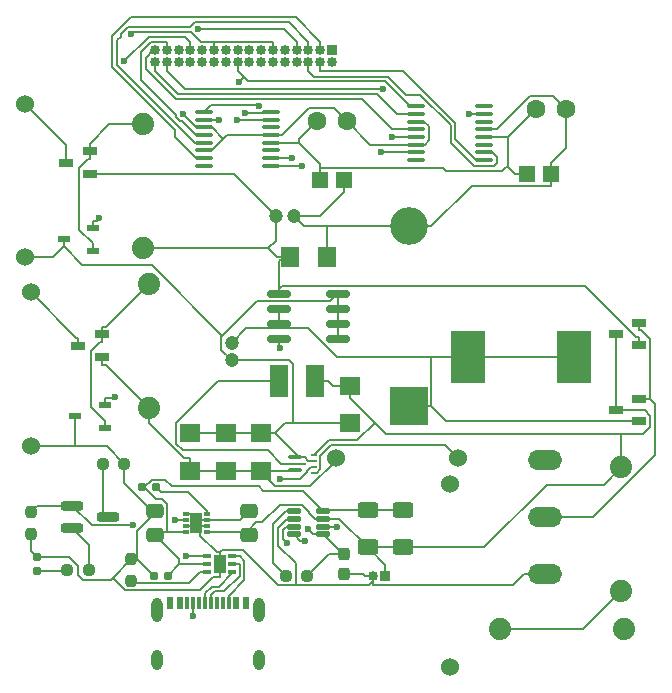
<source format=gbr>
%TF.GenerationSoftware,KiCad,Pcbnew,8.0.8*%
%TF.CreationDate,2025-03-27T18:49:55+02:00*%
%TF.ProjectId,Main PCB,4d61696e-2050-4434-922e-6b696361645f,v1*%
%TF.SameCoordinates,Original*%
%TF.FileFunction,Copper,L1,Top*%
%TF.FilePolarity,Positive*%
%FSLAX46Y46*%
G04 Gerber Fmt 4.6, Leading zero omitted, Abs format (unit mm)*
G04 Created by KiCad (PCBNEW 8.0.8) date 2025-03-27 18:49:55*
%MOMM*%
%LPD*%
G01*
G04 APERTURE LIST*
G04 Aperture macros list*
%AMRoundRect*
0 Rectangle with rounded corners*
0 $1 Rounding radius*
0 $2 $3 $4 $5 $6 $7 $8 $9 X,Y pos of 4 corners*
0 Add a 4 corners polygon primitive as box body*
4,1,4,$2,$3,$4,$5,$6,$7,$8,$9,$2,$3,0*
0 Add four circle primitives for the rounded corners*
1,1,$1+$1,$2,$3*
1,1,$1+$1,$4,$5*
1,1,$1+$1,$6,$7*
1,1,$1+$1,$8,$9*
0 Add four rect primitives between the rounded corners*
20,1,$1+$1,$2,$3,$4,$5,0*
20,1,$1+$1,$4,$5,$6,$7,0*
20,1,$1+$1,$6,$7,$8,$9,0*
20,1,$1+$1,$8,$9,$2,$3,0*%
G04 Aperture macros list end*
%TA.AperFunction,ComponentPad*%
%ADD10O,2.900000X1.700000*%
%TD*%
%TA.AperFunction,ComponentPad*%
%ADD11C,1.879500*%
%TD*%
%TA.AperFunction,SMDPad,CuDef*%
%ADD12R,1.250000X0.700000*%
%TD*%
%TA.AperFunction,SMDPad,CuDef*%
%ADD13R,1.410000X1.350000*%
%TD*%
%TA.AperFunction,SMDPad,CuDef*%
%ADD14RoundRect,0.250000X0.625000X-0.400000X0.625000X0.400000X-0.625000X0.400000X-0.625000X-0.400000X0*%
%TD*%
%TA.AperFunction,SMDPad,CuDef*%
%ADD15RoundRect,0.150000X-0.825000X-0.150000X0.825000X-0.150000X0.825000X0.150000X-0.825000X0.150000X0*%
%TD*%
%TA.AperFunction,SMDPad,CuDef*%
%ADD16R,1.728000X1.485000*%
%TD*%
%TA.AperFunction,SMDPad,CuDef*%
%ADD17R,0.650000X0.350000*%
%TD*%
%TA.AperFunction,SMDPad,CuDef*%
%ADD18R,1.000000X1.600000*%
%TD*%
%TA.AperFunction,SMDPad,CuDef*%
%ADD19RoundRect,0.087500X-0.487500X-0.087500X0.487500X-0.087500X0.487500X0.087500X-0.487500X0.087500X0*%
%TD*%
%TA.AperFunction,SMDPad,CuDef*%
%ADD20RoundRect,0.050000X-0.675000X-0.050000X0.675000X-0.050000X0.675000X0.050000X-0.675000X0.050000X0*%
%TD*%
%TA.AperFunction,SMDPad,CuDef*%
%ADD21RoundRect,0.062500X-0.162500X-0.062500X0.162500X-0.062500X0.162500X0.062500X-0.162500X0.062500X0*%
%TD*%
%TA.AperFunction,SMDPad,CuDef*%
%ADD22R,1.070000X0.600000*%
%TD*%
%TA.AperFunction,ComponentPad*%
%ADD23R,0.850000X0.850000*%
%TD*%
%TA.AperFunction,ComponentPad*%
%ADD24O,0.850000X0.850000*%
%TD*%
%TA.AperFunction,ComponentPad*%
%ADD25C,1.600000*%
%TD*%
%TA.AperFunction,ComponentPad*%
%ADD26C,1.200000*%
%TD*%
%TA.AperFunction,SMDPad,CuDef*%
%ADD27RoundRect,0.237500X-0.237500X0.250000X-0.237500X-0.250000X0.237500X-0.250000X0.237500X0.250000X0*%
%TD*%
%TA.AperFunction,ComponentPad*%
%ADD28O,0.950000X1.750000*%
%TD*%
%TA.AperFunction,ComponentPad*%
%ADD29O,0.950000X2.050000*%
%TD*%
%TA.AperFunction,SMDPad,CuDef*%
%ADD30R,0.300000X1.140000*%
%TD*%
%TA.AperFunction,SMDPad,CuDef*%
%ADD31R,0.600000X1.140000*%
%TD*%
%TA.AperFunction,SMDPad,CuDef*%
%ADD32RoundRect,0.200000X-0.750000X-0.200000X0.750000X-0.200000X0.750000X0.200000X-0.750000X0.200000X0*%
%TD*%
%TA.AperFunction,SMDPad,CuDef*%
%ADD33R,1.635000X2.700000*%
%TD*%
%TA.AperFunction,ComponentPad*%
%ADD34C,1.524000*%
%TD*%
%TA.AperFunction,SMDPad,CuDef*%
%ADD35RoundRect,0.237500X-0.250000X-0.237500X0.250000X-0.237500X0.250000X0.237500X-0.250000X0.237500X0*%
%TD*%
%TA.AperFunction,SMDPad,CuDef*%
%ADD36RoundRect,0.237500X0.237500X-0.250000X0.237500X0.250000X-0.237500X0.250000X-0.237500X-0.250000X0*%
%TD*%
%TA.AperFunction,SMDPad,CuDef*%
%ADD37RoundRect,0.060000X-0.545000X-0.180000X0.545000X-0.180000X0.545000X0.180000X-0.545000X0.180000X0*%
%TD*%
%TA.AperFunction,SMDPad,CuDef*%
%ADD38RoundRect,0.250000X0.475000X-0.337500X0.475000X0.337500X-0.475000X0.337500X-0.475000X-0.337500X0*%
%TD*%
%TA.AperFunction,SMDPad,CuDef*%
%ADD39RoundRect,0.237500X0.237500X-0.300000X0.237500X0.300000X-0.237500X0.300000X-0.237500X-0.300000X0*%
%TD*%
%TA.AperFunction,SMDPad,CuDef*%
%ADD40RoundRect,0.160000X-0.160000X0.197500X-0.160000X-0.197500X0.160000X-0.197500X0.160000X0.197500X0*%
%TD*%
%TA.AperFunction,SMDPad,CuDef*%
%ADD41RoundRect,0.155000X-0.212500X-0.155000X0.212500X-0.155000X0.212500X0.155000X-0.212500X0.155000X0*%
%TD*%
%TA.AperFunction,SMDPad,CuDef*%
%ADD42RoundRect,0.100000X-0.637500X-0.100000X0.637500X-0.100000X0.637500X0.100000X-0.637500X0.100000X0*%
%TD*%
%TA.AperFunction,SMDPad,CuDef*%
%ADD43R,1.485000X1.728000*%
%TD*%
%TA.AperFunction,SMDPad,CuDef*%
%ADD44RoundRect,0.160000X-0.197500X-0.160000X0.197500X-0.160000X0.197500X0.160000X-0.197500X0.160000X0*%
%TD*%
%TA.AperFunction,SMDPad,CuDef*%
%ADD45R,2.950000X4.500000*%
%TD*%
%TA.AperFunction,SMDPad,CuDef*%
%ADD46R,0.500000X0.300000*%
%TD*%
%TA.AperFunction,SMDPad,CuDef*%
%ADD47R,1.050000X1.750000*%
%TD*%
%TA.AperFunction,ComponentPad*%
%ADD48R,3.200000X3.200000*%
%TD*%
%TA.AperFunction,ComponentPad*%
%ADD49O,3.200000X3.200000*%
%TD*%
%TA.AperFunction,ViaPad*%
%ADD50C,0.600000*%
%TD*%
%TA.AperFunction,Conductor*%
%ADD51C,0.200000*%
%TD*%
G04 APERTURE END LIST*
D10*
%TO.P,SW1,3,A*%
%TO.N,unconnected-(SW1-A-Pad3)*%
X170500000Y-88700000D03*
%TO.P,SW1,2,B*%
%TO.N,Net-(Q2-G)*%
X170500000Y-93500000D03*
%TO.P,SW1,1,C*%
%TO.N,GND*%
X170500000Y-98300000D03*
%TD*%
D11*
%TO.P,R17,2*%
%TO.N,/BAT*%
X177000000Y-89250000D03*
%TO.P,R17,1*%
%TO.N,Net-(Q2-G)*%
X177000000Y-99750000D03*
%TD*%
D12*
%TO.P,Q7,1,D*%
%TO.N,/5V*%
X178500000Y-78950000D03*
%TO.P,Q7,2,G*%
%TO.N,Net-(Q2-G)*%
X178500000Y-77050000D03*
%TO.P,Q7,3,S*%
%TO.N,/BAT*%
X176500000Y-78000000D03*
%TD*%
D13*
%TO.P,C7,1*%
%TO.N,/BAT*%
X151500000Y-65000000D03*
%TO.P,C7,2*%
%TO.N,GND*%
X153500000Y-65000000D03*
%TD*%
D14*
%TO.P,R3,1*%
%TO.N,/BAT*%
X158500000Y-96050000D03*
%TO.P,R3,2*%
%TO.N,/VBUS*%
X158500000Y-92950000D03*
%TD*%
D15*
%TO.P,U7,1,VIN*%
%TO.N,/5V*%
X148025000Y-74595000D03*
%TO.P,U7,2,OUT*%
%TO.N,/3v3*%
X148025000Y-75865000D03*
%TO.P,U7,3,FB*%
X148025000Y-77135000D03*
%TO.P,U7,4,~{EN}*%
%TO.N,/SWITCH_OUT*%
X148025000Y-78405000D03*
%TO.P,U7,5,GND*%
%TO.N,GND*%
X152975000Y-78405000D03*
%TO.P,U7,6,GND*%
X152975000Y-77135000D03*
%TO.P,U7,7,GND*%
X152975000Y-75865000D03*
%TO.P,U7,8,GND*%
X152975000Y-74595000D03*
%TD*%
D16*
%TO.P,C14,1*%
%TO.N,/5V*%
X143500000Y-89592500D03*
%TO.P,C14,2*%
%TO.N,GND*%
X143500000Y-86407500D03*
%TD*%
D12*
%TO.P,Q4,1,D*%
%TO.N,/5V*%
X133000000Y-79950000D03*
%TO.P,Q4,2,G*%
%TO.N,Net-(Q3-D)*%
X133000000Y-78050000D03*
%TO.P,Q4,3,S*%
%TO.N,Net-(Q4-S)*%
X131000000Y-79000000D03*
%TD*%
%TO.P,Q6,1,D*%
%TO.N,/5V*%
X132000000Y-64450000D03*
%TO.P,Q6,2,G*%
%TO.N,Net-(Q5-D)*%
X132000000Y-62550000D03*
%TO.P,Q6,3,S*%
%TO.N,Net-(Q6-S)*%
X130000000Y-63500000D03*
%TD*%
D17*
%TO.P,U1,1,CC1*%
%TO.N,/CC1*%
X141950000Y-96850000D03*
%TO.P,U1,2,VBUS*%
%TO.N,/VBUS*%
X141950000Y-97500000D03*
%TO.P,U1,3,VSET*%
%TO.N,Net-(U1-VSET)*%
X141950000Y-98150000D03*
%TO.P,U1,4,D+*%
%TO.N,/D+*%
X144050000Y-98150000D03*
%TO.P,U1,5,D-*%
%TO.N,/D-*%
X144050000Y-97500000D03*
%TO.P,U1,6,CC2*%
%TO.N,/CC2*%
X144050000Y-96850000D03*
D18*
%TO.P,U1,7,GND*%
%TO.N,GND*%
X143000000Y-97500000D03*
%TD*%
D19*
%TO.P,U4,1,GND*%
%TO.N,GND*%
X149375000Y-88450000D03*
D20*
%TO.P,U4,2,SW*%
%TO.N,Net-(U4-SW)*%
X149525000Y-89000000D03*
D19*
%TO.P,U4,3,VOUT*%
%TO.N,/5V*%
X149375000Y-89550000D03*
D21*
%TO.P,U4,4,FB*%
%TO.N,Net-(U4-FB)*%
X150975000Y-89750000D03*
%TO.P,U4,5,EN*%
%TO.N,/SWITCH_OUT*%
X150975000Y-89250000D03*
%TO.P,U4,6,MODE*%
%TO.N,GND*%
X150975000Y-88750000D03*
%TO.P,U4,7,VIN*%
%TO.N,/BAT*%
X150975000Y-88250000D03*
%TD*%
D22*
%TO.P,Q5,1,D*%
%TO.N,Net-(Q5-D)*%
X132235000Y-70950000D03*
%TO.P,Q5,2,G*%
%TO.N,/Pin 7*%
X132235000Y-69050000D03*
%TO.P,Q5,3,S*%
%TO.N,GND*%
X129765000Y-70000000D03*
%TD*%
D14*
%TO.P,R2,1*%
%TO.N,/BAT*%
X155500000Y-96050000D03*
%TO.P,R2,2*%
%TO.N,/VBUS*%
X155500000Y-92950000D03*
%TD*%
D23*
%TO.P,J3,1,Pin_1*%
%TO.N,/BAT*%
X157000000Y-98500000D03*
D24*
%TO.P,J3,2,Pin_2*%
%TO.N,GND*%
X156000000Y-98500000D03*
%TD*%
D25*
%TO.P,C10,1*%
%TO.N,/BAT*%
X169730000Y-59000000D03*
%TO.P,C10,2*%
%TO.N,GND*%
X172270000Y-59000000D03*
%TD*%
D26*
%TO.P,C13,1*%
%TO.N,/3v3*%
X144000000Y-78750000D03*
%TO.P,C13,2*%
%TO.N,GND*%
X144000000Y-80250000D03*
%TD*%
D16*
%TO.P,C6,1*%
%TO.N,/5V*%
X146500000Y-89592500D03*
%TO.P,C6,2*%
%TO.N,GND*%
X146500000Y-86407500D03*
%TD*%
D27*
%TO.P,R8,1*%
%TO.N,Net-(Q1-D)*%
X127000000Y-93087500D03*
%TO.P,R8,2*%
%TO.N,GND*%
X127000000Y-94912500D03*
%TD*%
D28*
%TO.P,J1,SH4*%
%TO.N,N/C*%
X146325000Y-105575000D03*
%TO.P,J1,SH3*%
X137675000Y-105575000D03*
D29*
%TO.P,J1,SH2*%
X146325000Y-101375000D03*
%TO.P,J1,SH1*%
X137675000Y-101375000D03*
D30*
%TO.P,J1,B8,SBU2*%
%TO.N,unconnected-(J1-SBU2-PadB8)*%
X140250000Y-100825000D03*
%TO.P,J1,B7,D-*%
%TO.N,unconnected-(J1-D--PadB7)*%
X141250000Y-100825000D03*
%TO.P,J1,B6,D+*%
%TO.N,unconnected-(J1-D+-PadB6)*%
X142750000Y-100825000D03*
%TO.P,J1,B5,CC2*%
%TO.N,/CC2*%
X143750000Y-100825000D03*
D31*
%TO.P,J1,B4_A9*%
%TO.N,N/C*%
X144400000Y-100825000D03*
%TO.P,J1,B1_A12*%
X145200000Y-100825000D03*
D30*
%TO.P,J1,A8,SBU1*%
%TO.N,unconnected-(J1-SBU1-PadA8)*%
X143250000Y-100825000D03*
%TO.P,J1,A7,D-*%
%TO.N,/D-*%
X142250000Y-100825000D03*
%TO.P,J1,A6,D+*%
%TO.N,/D+*%
X141750000Y-100825000D03*
%TO.P,J1,A5,CC1*%
%TO.N,/CC1*%
X140750000Y-100825000D03*
D31*
%TO.P,J1,A4_B9*%
%TO.N,N/C*%
X139600000Y-100825000D03*
%TO.P,J1,A1_B12*%
X138800000Y-100825000D03*
%TD*%
D32*
%TO.P,Q1,1,D*%
%TO.N,Net-(Q1-D)*%
X130500000Y-92550000D03*
%TO.P,Q1,2,G*%
%TO.N,Net-(Q1-G)*%
X130500000Y-94450000D03*
%TO.P,Q1,3,S*%
%TO.N,Net-(Q1-S)*%
X133500000Y-93500000D03*
%TD*%
D12*
%TO.P,Q2,3,S*%
%TO.N,/BAT*%
X176500000Y-84450000D03*
%TO.P,Q2,2,G*%
%TO.N,Net-(Q2-G)*%
X178500000Y-83500000D03*
%TO.P,Q2,1,D*%
%TO.N,/3v3*%
X178500000Y-85400000D03*
%TD*%
D33*
%TO.P,L1,1,1*%
%TO.N,/BAT*%
X151017500Y-82000000D03*
%TO.P,L1,2,2*%
%TO.N,Net-(U4-SW)*%
X147982500Y-82000000D03*
%TD*%
D34*
%TO.P,R11,2*%
%TO.N,GND*%
X162500000Y-106250000D03*
%TO.P,R11,1*%
%TO.N,Net-(U4-FB)*%
X162500000Y-90750000D03*
%TD*%
D35*
%TO.P,R7,1*%
%TO.N,Net-(Q1-S)*%
X133087500Y-89000000D03*
%TO.P,R7,2*%
%TO.N,GND*%
X134912500Y-89000000D03*
%TD*%
D36*
%TO.P,R1,1*%
%TO.N,Net-(U1-VSET)*%
X135500000Y-98912500D03*
%TO.P,R1,2*%
%TO.N,GND*%
X135500000Y-97087500D03*
%TD*%
D23*
%TO.P,J2,1,Pin_1*%
%TO.N,/Pin 1*%
X152500000Y-54000000D03*
D24*
%TO.P,J2,2,Pin_2*%
%TO.N,/Pin 2*%
X152500000Y-55000000D03*
%TO.P,J2,3,Pin_3*%
%TO.N,/Pin 3*%
X151500000Y-54000000D03*
%TO.P,J2,4,Pin_4*%
%TO.N,/Pin 4*%
X151500000Y-55000000D03*
%TO.P,J2,5,Pin_5*%
%TO.N,/Pin 5*%
X150500000Y-54000000D03*
%TO.P,J2,6,Pin_6*%
%TO.N,/Pin 6*%
X150500000Y-55000000D03*
%TO.P,J2,7,Pin_7*%
%TO.N,/Pin 7*%
X149500000Y-54000000D03*
%TO.P,J2,8,Pin_8*%
%TO.N,/Pin 8*%
X149500000Y-55000000D03*
%TO.P,J2,9,Pin_9*%
%TO.N,unconnected-(J2-Pin_9-Pad9)*%
X148500000Y-54000000D03*
%TO.P,J2,10,Pin_10*%
%TO.N,/Pin 10*%
X148500000Y-55000000D03*
%TO.P,J2,11,Pin_11*%
%TO.N,/5V*%
X147500000Y-54000000D03*
%TO.P,J2,12,Pin_12*%
%TO.N,unconnected-(J2-Pin_12-Pad12)*%
X147500000Y-55000000D03*
%TO.P,J2,13,Pin_13*%
%TO.N,unconnected-(J2-Pin_13-Pad13)*%
X146500000Y-54000000D03*
%TO.P,J2,14,Pin_14*%
%TO.N,/BAT*%
X146500000Y-55000000D03*
%TO.P,J2,15,Pin_15*%
%TO.N,unconnected-(J2-Pin_15-Pad15)*%
X145500000Y-54000000D03*
%TO.P,J2,16,Pin_16*%
%TO.N,/Pin 16*%
X145500000Y-55000000D03*
%TO.P,J2,17,Pin_17*%
%TO.N,/Pin 17*%
X144500000Y-54000000D03*
%TO.P,J2,18,Pin_18*%
%TO.N,/3v3*%
X144500000Y-55000000D03*
%TO.P,J2,19,Pin_19*%
%TO.N,GND*%
X143500000Y-54000000D03*
%TO.P,J2,20,Pin_20*%
%TO.N,/5V*%
X143500000Y-55000000D03*
%TO.P,J2,21,Pin_21*%
X142500000Y-54000000D03*
%TO.P,J2,22,Pin_22*%
%TO.N,unconnected-(J2-Pin_22-Pad22)*%
X142500000Y-55000000D03*
%TO.P,J2,23,Pin_23*%
%TO.N,GND*%
X141500000Y-54000000D03*
%TO.P,J2,24,Pin_24*%
%TO.N,/Pin 24*%
X141500000Y-55000000D03*
%TO.P,J2,25,Pin_25*%
%TO.N,/Pin 25*%
X140500000Y-54000000D03*
%TO.P,J2,26,Pin_26*%
%TO.N,/Pin 26*%
X140500000Y-55000000D03*
%TO.P,J2,27,Pin_27*%
%TO.N,/Pin 27*%
X139500000Y-54000000D03*
%TO.P,J2,28,Pin_28*%
%TO.N,unconnected-(J2-Pin_28-Pad28)*%
X139500000Y-55000000D03*
%TO.P,J2,29,Pin_29*%
%TO.N,/Pin 29*%
X138500000Y-54000000D03*
%TO.P,J2,30,Pin_30*%
%TO.N,/Pin 30*%
X138500000Y-55000000D03*
%TO.P,J2,31,Pin_31*%
%TO.N,/Pin 31*%
X137500000Y-54000000D03*
%TO.P,J2,32,Pin_32*%
%TO.N,/Pin 32*%
X137500000Y-55000000D03*
%TD*%
D37*
%TO.P,U3,1,A1*%
%TO.N,Net-(U3-A1)*%
X149245000Y-93025000D03*
%TO.P,U3,2,A0*%
%TO.N,GND*%
X149245000Y-93675000D03*
%TO.P,U3,3,SDA*%
%TO.N,/Pin 17*%
X149245000Y-94325000D03*
%TO.P,U3,4,SCL*%
%TO.N,/Pin 16*%
X149245000Y-94975000D03*
%TO.P,U3,5,VS*%
%TO.N,/5V*%
X151755000Y-94975000D03*
%TO.P,U3,6,GND*%
%TO.N,GND*%
X151755000Y-94325000D03*
%TO.P,U3,7,IN-*%
%TO.N,/BAT*%
X151755000Y-93675000D03*
%TO.P,U3,8,IN+*%
%TO.N,/VBUS*%
X151755000Y-93025000D03*
%TD*%
D16*
%TO.P,C5,1*%
%TO.N,/BAT*%
X154000000Y-82407500D03*
%TO.P,C5,2*%
%TO.N,GND*%
X154000000Y-85592500D03*
%TD*%
D38*
%TO.P,C3,1*%
%TO.N,/BAT*%
X145500000Y-95037500D03*
%TO.P,C3,2*%
%TO.N,GND*%
X145500000Y-92962500D03*
%TD*%
D39*
%TO.P,C4,1*%
%TO.N,GND*%
X153500000Y-98362500D03*
%TO.P,C4,2*%
%TO.N,/5V*%
X153500000Y-96637500D03*
%TD*%
D22*
%TO.P,Q3,1,D*%
%TO.N,Net-(Q3-D)*%
X133235000Y-85950000D03*
%TO.P,Q3,2,G*%
%TO.N,/Pin 25*%
X133235000Y-84050000D03*
%TO.P,Q3,3,S*%
%TO.N,GND*%
X130765000Y-85000000D03*
%TD*%
D26*
%TO.P,C11,1*%
%TO.N,/5V*%
X147750000Y-68000000D03*
%TO.P,C11,2*%
%TO.N,GND*%
X149250000Y-68000000D03*
%TD*%
D40*
%TO.P,R5,1*%
%TO.N,GND*%
X127500000Y-96902500D03*
%TO.P,R5,2*%
%TO.N,/Pin 13*%
X127500000Y-98097500D03*
%TD*%
D41*
%TO.P,C1,1*%
%TO.N,GND*%
X137432500Y-98500000D03*
%TO.P,C1,2*%
%TO.N,/VBUS*%
X138567500Y-98500000D03*
%TD*%
D34*
%TO.P,R14,1*%
%TO.N,Net-(Q4-S)*%
X127000000Y-74500000D03*
%TO.P,R14,2*%
%TO.N,GND*%
X127000000Y-87500000D03*
%TD*%
D42*
%TO.P,U5,1,~{SLEEP}*%
%TO.N,/3v3*%
X141637500Y-59225000D03*
%TO.P,U5,2,AOUT1*%
%TO.N,/Pin 27*%
X141637500Y-59875000D03*
%TO.P,U5,3,AISEN*%
%TO.N,GND*%
X141637500Y-60525000D03*
%TO.P,U5,4,AOUT2*%
%TO.N,/Pin 29*%
X141637500Y-61175000D03*
%TO.P,U5,5,BOUT2*%
%TO.N,/Pin 5*%
X141637500Y-61825000D03*
%TO.P,U5,6,BISEN*%
%TO.N,GND*%
X141637500Y-62475000D03*
%TO.P,U5,7,BOUT1*%
%TO.N,/Pin 3*%
X141637500Y-63125000D03*
%TO.P,U5,8,~{FAULT}*%
%TO.N,unconnected-(U5-~{FAULT}-Pad8)*%
X141637500Y-63775000D03*
%TO.P,U5,9,BIN1*%
%TO.N,/Pin 8*%
X147362500Y-63775000D03*
%TO.P,U5,10,BIN2*%
%TO.N,/Pin 10*%
X147362500Y-63125000D03*
%TO.P,U5,11,VCP*%
%TO.N,unconnected-(U5-VCP-Pad11)*%
X147362500Y-62475000D03*
%TO.P,U5,12,VM*%
%TO.N,/BAT*%
X147362500Y-61825000D03*
%TO.P,U5,13,GND*%
%TO.N,GND*%
X147362500Y-61175000D03*
%TO.P,U5,14,VINT*%
%TO.N,unconnected-(U5-VINT-Pad14)*%
X147362500Y-60525000D03*
%TO.P,U5,15,AIN2*%
%TO.N,/Pin 26*%
X147362500Y-59875000D03*
%TO.P,U5,16,AIN1*%
%TO.N,/Pin 24*%
X147362500Y-59225000D03*
%TD*%
%TO.P,U6,1,~{SLEEP}*%
%TO.N,/3v3*%
X159637500Y-58725000D03*
%TO.P,U6,2,AOUT1*%
%TO.N,/Pin 32*%
X159637500Y-59375000D03*
%TO.P,U6,3,AISEN*%
%TO.N,GND*%
X159637500Y-60025000D03*
%TO.P,U6,4,AOUT2*%
%TO.N,/Pin 31*%
X159637500Y-60675000D03*
%TO.P,U6,5,BOUT2*%
%TO.N,/Pin 1*%
X159637500Y-61325000D03*
%TO.P,U6,6,BISEN*%
%TO.N,GND*%
X159637500Y-61975000D03*
%TO.P,U6,7,BOUT1*%
%TO.N,/Pin 2*%
X159637500Y-62625000D03*
%TO.P,U6,8,~{FAULT}*%
%TO.N,unconnected-(U6-~{FAULT}-Pad8)*%
X159637500Y-63275000D03*
%TO.P,U6,9,BIN1*%
%TO.N,/Pin 4*%
X165362500Y-63275000D03*
%TO.P,U6,10,BIN2*%
%TO.N,/Pin 6*%
X165362500Y-62625000D03*
%TO.P,U6,11,VCP*%
%TO.N,unconnected-(U6-VCP-Pad11)*%
X165362500Y-61975000D03*
%TO.P,U6,12,VM*%
%TO.N,/BAT*%
X165362500Y-61325000D03*
%TO.P,U6,13,GND*%
%TO.N,GND*%
X165362500Y-60675000D03*
%TO.P,U6,14,VINT*%
%TO.N,unconnected-(U6-VINT-Pad14)*%
X165362500Y-60025000D03*
%TO.P,U6,15,AIN2*%
%TO.N,/Pin 30*%
X165362500Y-59375000D03*
%TO.P,U6,16,AIN1*%
%TO.N,/Pin 28*%
X165362500Y-58725000D03*
%TD*%
D43*
%TO.P,C12,1*%
%TO.N,/5V*%
X148907500Y-71500000D03*
%TO.P,C12,2*%
%TO.N,GND*%
X152092500Y-71500000D03*
%TD*%
D11*
%TO.P,R12,1*%
%TO.N,Net-(Q2-G)*%
X166750000Y-103000000D03*
%TO.P,R12,2*%
%TO.N,/BAT*%
X177250000Y-103000000D03*
%TD*%
D44*
%TO.P,R9,1*%
%TO.N,/VBUS*%
X136402500Y-91000000D03*
%TO.P,R9,2*%
%TO.N,Net-(U2-CE)*%
X137597500Y-91000000D03*
%TD*%
D45*
%TO.P,L2,1,1*%
%TO.N,/3v3*%
X164000000Y-80000000D03*
%TO.P,L2,2,2*%
X173000000Y-80000000D03*
%TD*%
D34*
%TO.P,R16,1*%
%TO.N,Net-(Q6-S)*%
X126500000Y-58500000D03*
%TO.P,R16,2*%
%TO.N,GND*%
X126500000Y-71500000D03*
%TD*%
D25*
%TO.P,C8,1*%
%TO.N,/BAT*%
X151230000Y-60000000D03*
%TO.P,C8,2*%
%TO.N,GND*%
X153770000Y-60000000D03*
%TD*%
D38*
%TO.P,C2,1*%
%TO.N,/VBUS*%
X137500000Y-95037500D03*
%TO.P,C2,2*%
%TO.N,GND*%
X137500000Y-92962500D03*
%TD*%
D34*
%TO.P,R10,1*%
%TO.N,/5V*%
X152850000Y-88500000D03*
%TO.P,R10,2*%
%TO.N,Net-(U4-FB)*%
X163150000Y-88500000D03*
%TD*%
D13*
%TO.P,C9,1*%
%TO.N,/BAT*%
X169000000Y-64500000D03*
%TO.P,C9,2*%
%TO.N,GND*%
X171000000Y-64500000D03*
%TD*%
D35*
%TO.P,R4,1*%
%TO.N,Net-(U3-A1)*%
X148587500Y-98500000D03*
%TO.P,R4,2*%
%TO.N,/5V*%
X150412500Y-98500000D03*
%TD*%
D46*
%TO.P,U2,1,TS*%
%TO.N,GND*%
X140100000Y-93250000D03*
%TO.P,U2,2,PROG*%
%TO.N,Net-(Q1-D)*%
X140100000Y-93750000D03*
%TO.P,U2,3,GND*%
%TO.N,GND*%
X140100000Y-94250000D03*
%TO.P,U2,4,VCC*%
%TO.N,/VBUS*%
X140100000Y-94750000D03*
%TO.P,U2,5,BAT*%
%TO.N,/BAT*%
X141900000Y-94750000D03*
%TO.P,U2,6,STBY*%
%TO.N,GND*%
X141900000Y-94250000D03*
%TO.P,U2,7,CHRG*%
X141900000Y-93750000D03*
%TO.P,U2,8,CE*%
%TO.N,Net-(U2-CE)*%
X141900000Y-93250000D03*
D47*
%TO.P,U2,9,EP*%
%TO.N,GND*%
X141000000Y-94000000D03*
%TD*%
D11*
%TO.P,R15,1*%
%TO.N,/5V*%
X136500000Y-70750000D03*
%TO.P,R15,2*%
%TO.N,Net-(Q5-D)*%
X136500000Y-60250000D03*
%TD*%
%TO.P,R13,1*%
%TO.N,/5V*%
X137000000Y-84250000D03*
%TO.P,R13,2*%
%TO.N,Net-(Q3-D)*%
X137000000Y-73750000D03*
%TD*%
D35*
%TO.P,R6,1*%
%TO.N,/Pin 13*%
X130087500Y-98000000D03*
%TO.P,R6,2*%
%TO.N,Net-(Q1-G)*%
X131912500Y-98000000D03*
%TD*%
D48*
%TO.P,D1,1,K*%
%TO.N,/3v3*%
X159000000Y-84120000D03*
D49*
%TO.P,D1,2,A*%
%TO.N,GND*%
X159000000Y-68880000D03*
%TD*%
D16*
%TO.P,C15,1*%
%TO.N,/5V*%
X140500000Y-89592500D03*
%TO.P,C15,2*%
%TO.N,GND*%
X140500000Y-86407500D03*
%TD*%
D50*
%TO.N,/SWITCH_OUT*%
X148055200Y-79224200D03*
X148055200Y-90301600D03*
%TO.N,/Pin 27*%
X142884900Y-59936800D03*
%TO.N,/Pin 30*%
X164106600Y-59375000D03*
X156785800Y-57292500D03*
%TO.N,/Pin 2*%
X156636500Y-62625000D03*
%TO.N,/Pin 1*%
X157609100Y-61325000D03*
%TO.N,/Pin 10*%
X149114500Y-63125000D03*
%TO.N,/Pin 7*%
X132780400Y-68227100D03*
X141159400Y-52203800D03*
%TO.N,/Pin 24*%
X145164800Y-59262200D03*
%TO.N,/Pin 25*%
X134911400Y-54941400D03*
X134078900Y-83307700D03*
%TO.N,/Pin 8*%
X149916300Y-63775000D03*
%TO.N,/Pin 26*%
X144482300Y-59875000D03*
%TO.N,/3v3*%
X146282700Y-58697700D03*
X144579200Y-56656900D03*
%TO.N,/Pin 17*%
X148686900Y-95720000D03*
%TO.N,/Pin 16*%
X150230200Y-95512600D03*
%TO.N,Net-(Q1-D)*%
X139167000Y-93750000D03*
X135631500Y-94209100D03*
%TO.N,/CC1*%
X140721600Y-101897900D03*
X140156700Y-96803200D03*
%TO.N,/5V*%
X150464300Y-94559700D03*
X135513100Y-52605500D03*
%TO.N,GND*%
X152874000Y-94325000D03*
X139868600Y-59407300D03*
%TD*%
D51*
%TO.N,/BAT*%
X151017500Y-82000000D02*
X152136700Y-82000000D01*
X152544200Y-82407500D02*
X154000000Y-82407500D01*
X152136700Y-82000000D02*
X152544200Y-82407500D01*
X154000000Y-82407500D02*
X154000000Y-83451700D01*
X157000000Y-97550000D02*
X155500000Y-96050000D01*
X157000000Y-98500000D02*
X157000000Y-97550000D01*
X177000000Y-86491000D02*
X177000000Y-89250000D01*
X178959400Y-84450000D02*
X176500000Y-84450000D01*
X179426700Y-84917300D02*
X178959400Y-84450000D01*
X179426700Y-85900900D02*
X179426700Y-84917300D01*
X178836600Y-86491000D02*
X179426700Y-85900900D01*
X177000000Y-86491000D02*
X178836600Y-86491000D01*
X153125000Y-93675000D02*
X151755000Y-93675000D01*
X155500000Y-96050000D02*
X153125000Y-93675000D01*
X169000000Y-64500000D02*
X167993300Y-64500000D01*
X176500000Y-78000000D02*
X176500000Y-84450000D01*
X167370800Y-63877400D02*
X167993300Y-64500000D01*
X167370800Y-63877400D02*
X167370800Y-61325000D01*
X167405000Y-61325000D02*
X167370800Y-61325000D01*
X169730000Y-59000000D02*
X167405000Y-61325000D01*
X167370800Y-61325000D02*
X165362500Y-61325000D01*
X149684100Y-61545900D02*
X151230000Y-60000000D01*
X149684100Y-61825000D02*
X149684100Y-61545900D01*
X149684100Y-61825000D02*
X147362500Y-61825000D01*
X141900000Y-94750000D02*
X143731300Y-94750000D01*
X145212500Y-94750000D02*
X145500000Y-95037500D01*
X143731300Y-94750000D02*
X145212500Y-94750000D01*
X151046300Y-93675000D02*
X151755000Y-93675000D01*
X150564800Y-93193500D02*
X151046300Y-93675000D01*
X150564800Y-93069500D02*
X150564800Y-93193500D01*
X149958200Y-92462900D02*
X150564800Y-93069500D01*
X148080300Y-92462900D02*
X149958200Y-92462900D01*
X146593200Y-93950000D02*
X148080300Y-92462900D01*
X146098600Y-93950000D02*
X146593200Y-93950000D01*
X145298600Y-94750000D02*
X146098600Y-93950000D01*
X143731300Y-94750000D02*
X145298600Y-94750000D01*
X152217300Y-87007700D02*
X150975000Y-88250000D01*
X154639000Y-87007700D02*
X152217300Y-87007700D01*
X156097500Y-85549200D02*
X154639000Y-87007700D01*
X154000000Y-83451700D02*
X156097500Y-85549200D01*
X157039300Y-86491000D02*
X177000000Y-86491000D01*
X156097500Y-85549200D02*
X157039300Y-86491000D01*
X167370700Y-63877500D02*
X167370800Y-63877400D01*
X167194800Y-63877500D02*
X167370700Y-63877500D01*
X166852000Y-64220300D02*
X167194800Y-63877500D01*
X162112500Y-64220300D02*
X166852000Y-64220300D01*
X161855400Y-63963200D02*
X162112500Y-64220300D01*
X151500000Y-63963200D02*
X161855400Y-63963200D01*
X151500000Y-65000000D02*
X151500000Y-63963200D01*
X151500000Y-63640900D02*
X149684100Y-61825000D01*
X151500000Y-63963200D02*
X151500000Y-63640900D01*
X155500000Y-96050000D02*
X158500000Y-96050000D01*
X175483800Y-90766200D02*
X177000000Y-89250000D01*
X170660400Y-90766200D02*
X175483800Y-90766200D01*
X165376600Y-96050000D02*
X170660400Y-90766200D01*
X158500000Y-96050000D02*
X165376600Y-96050000D01*
%TO.N,Net-(U4-FB)*%
X162068000Y-87418000D02*
X163150000Y-88500000D01*
X152389600Y-87418000D02*
X162068000Y-87418000D01*
X151501900Y-88305700D02*
X152389600Y-87418000D01*
X151501900Y-89463600D02*
X151501900Y-88305700D01*
X151215500Y-89750000D02*
X151501900Y-89463600D01*
X150975000Y-89750000D02*
X151215500Y-89750000D01*
%TO.N,Net-(Q6-S)*%
X130000000Y-62000000D02*
X130000000Y-63500000D01*
X126500000Y-58500000D02*
X130000000Y-62000000D01*
%TO.N,Net-(Q5-D)*%
X133648300Y-60250000D02*
X132000000Y-61898300D01*
X136500000Y-60250000D02*
X133648300Y-60250000D01*
X132000000Y-62550000D02*
X132000000Y-61898300D01*
X131837100Y-63201700D02*
X132000000Y-63201700D01*
X131056700Y-63982100D02*
X131837100Y-63201700D01*
X131056700Y-69170000D02*
X131056700Y-63982100D01*
X132235000Y-70348300D02*
X131056700Y-69170000D01*
X132235000Y-70950000D02*
X132235000Y-70348300D01*
X132000000Y-62550000D02*
X132000000Y-63201700D01*
%TO.N,Net-(Q4-S)*%
X130848300Y-78348300D02*
X131000000Y-78348300D01*
X127000000Y-74500000D02*
X130848300Y-78348300D01*
X131000000Y-79000000D02*
X131000000Y-78348300D01*
%TO.N,Net-(Q3-D)*%
X133351700Y-77398300D02*
X133000000Y-77398300D01*
X137000000Y-73750000D02*
X133351700Y-77398300D01*
X133000000Y-78050000D02*
X133000000Y-77398300D01*
X132837100Y-78701700D02*
X133000000Y-78701700D01*
X132056700Y-79482100D02*
X132837100Y-78701700D01*
X132056700Y-84170000D02*
X132056700Y-79482100D01*
X133235000Y-85348300D02*
X132056700Y-84170000D01*
X133235000Y-85950000D02*
X133235000Y-85348300D01*
X133000000Y-78050000D02*
X133000000Y-78701700D01*
%TO.N,/SWITCH_OUT*%
X149749300Y-90301600D02*
X148055200Y-90301600D01*
X150343600Y-89707300D02*
X149749300Y-90301600D01*
X150343600Y-89626300D02*
X150343600Y-89707300D01*
X150719900Y-89250000D02*
X150343600Y-89626300D01*
X150975000Y-89250000D02*
X150719900Y-89250000D01*
X148025000Y-79194000D02*
X148055200Y-79224200D01*
X148025000Y-78405000D02*
X148025000Y-79194000D01*
%TO.N,Net-(Q2-G)*%
X173750000Y-103000000D02*
X177000000Y-99750000D01*
X166750000Y-103000000D02*
X173750000Y-103000000D01*
X178500000Y-83500000D02*
X179426700Y-83500000D01*
X178500000Y-77050000D02*
X178500000Y-77701700D01*
X179846700Y-83920000D02*
X179426700Y-83500000D01*
X179846700Y-88221200D02*
X179846700Y-83920000D01*
X174567900Y-93500000D02*
X179846700Y-88221200D01*
X170500000Y-93500000D02*
X174567900Y-93500000D01*
X178662900Y-77701700D02*
X178500000Y-77701700D01*
X179426700Y-78465500D02*
X178662900Y-77701700D01*
X179426700Y-83500000D02*
X179426700Y-78465500D01*
%TO.N,Net-(U4-SW)*%
X148208200Y-89000000D02*
X149525000Y-89000000D01*
X147065900Y-87857700D02*
X148208200Y-89000000D01*
X139892000Y-87857700D02*
X147065900Y-87857700D01*
X139325300Y-87291000D02*
X139892000Y-87857700D01*
X139325300Y-85520300D02*
X139325300Y-87291000D01*
X142845600Y-82000000D02*
X139325300Y-85520300D01*
X147982500Y-82000000D02*
X142845600Y-82000000D01*
%TO.N,/Pin 29*%
X138500000Y-54000000D02*
X138500000Y-53273300D01*
X140974700Y-61175000D02*
X141637500Y-61175000D01*
X139808700Y-60009000D02*
X140974700Y-61175000D01*
X139619500Y-60009000D02*
X139808700Y-60009000D01*
X139266900Y-59656400D02*
X139619500Y-60009000D01*
X139266900Y-59465100D02*
X139266900Y-59656400D01*
X136329700Y-56527900D02*
X139266900Y-59465100D01*
X136329700Y-54122100D02*
X136329700Y-56527900D01*
X137178500Y-53273300D02*
X136329700Y-54122100D01*
X138500000Y-53273300D02*
X137178500Y-53273300D01*
%TO.N,/Pin 27*%
X142823100Y-59875000D02*
X142884900Y-59936800D01*
X141637500Y-59875000D02*
X142823100Y-59875000D01*
%TO.N,/Pin 3*%
X151500000Y-54000000D02*
X151500000Y-53273300D01*
X140948100Y-63125000D02*
X141637500Y-63125000D01*
X139158500Y-61335400D02*
X140948100Y-63125000D01*
X139158500Y-60718100D02*
X139158500Y-61335400D01*
X133863400Y-55423000D02*
X139158500Y-60718100D01*
X133863400Y-52801800D02*
X133863400Y-55423000D01*
X135465600Y-51199600D02*
X133863400Y-52801800D01*
X149426300Y-51199600D02*
X135465600Y-51199600D01*
X151500000Y-53273300D02*
X149426300Y-51199600D01*
%TO.N,/Pin 32*%
X137500000Y-55000000D02*
X137500000Y-55726700D01*
X158017500Y-59375000D02*
X159637500Y-59375000D01*
X156336700Y-57694200D02*
X158017500Y-59375000D01*
X139467500Y-57694200D02*
X156336700Y-57694200D01*
X137500000Y-55726700D02*
X139467500Y-57694200D01*
%TO.N,/Pin 30*%
X138500000Y-55000000D02*
X138500000Y-55726700D01*
X165362500Y-59375000D02*
X164106600Y-59375000D01*
X140065800Y-57292500D02*
X156785800Y-57292500D01*
X138500000Y-55726700D02*
X140065800Y-57292500D01*
%TO.N,/Pin 2*%
X159637500Y-62625000D02*
X156636500Y-62625000D01*
%TO.N,/Pin 6*%
X151004700Y-56231400D02*
X150500000Y-55726700D01*
X157226500Y-56231400D02*
X151004700Y-56231400D01*
X158750600Y-57755500D02*
X157226500Y-56231400D01*
X159977100Y-57755500D02*
X158750600Y-57755500D01*
X162537900Y-60316300D02*
X159977100Y-57755500D01*
X162537900Y-61815500D02*
X162537900Y-60316300D01*
X164520300Y-63797900D02*
X162537900Y-61815500D01*
X166197400Y-63797900D02*
X164520300Y-63797900D01*
X166436000Y-63559300D02*
X166197400Y-63797900D01*
X166436000Y-63007700D02*
X166436000Y-63559300D01*
X166053300Y-62625000D02*
X166436000Y-63007700D01*
X165362500Y-62625000D02*
X166053300Y-62625000D01*
X150500000Y-55000000D02*
X150500000Y-55726700D01*
%TO.N,/Pin 1*%
X159637500Y-61325000D02*
X157609100Y-61325000D01*
%TO.N,/Pin 10*%
X147362500Y-63125000D02*
X149114500Y-63125000D01*
%TO.N,/Pin 7*%
X149500000Y-54000000D02*
X149500000Y-53273300D01*
X148430500Y-52203800D02*
X149500000Y-53273300D01*
X141159400Y-52203800D02*
X148430500Y-52203800D01*
X132235000Y-69050000D02*
X132235000Y-68448300D01*
X132559200Y-68448300D02*
X132780400Y-68227100D01*
X132235000Y-68448300D02*
X132559200Y-68448300D01*
%TO.N,/Pin 24*%
X147288100Y-59299400D02*
X147362500Y-59225000D01*
X145202000Y-59299400D02*
X147288100Y-59299400D01*
X145164800Y-59262200D02*
X145202000Y-59299400D01*
%TO.N,/Pin 4*%
X151500000Y-55000000D02*
X151500000Y-55726700D01*
X158516300Y-55726700D02*
X151500000Y-55726700D01*
X162939600Y-60150000D02*
X158516300Y-55726700D01*
X162939600Y-61520900D02*
X162939600Y-60150000D01*
X164693700Y-63275000D02*
X162939600Y-61520900D01*
X165362500Y-63275000D02*
X164693700Y-63275000D01*
%TO.N,/Pin 5*%
X150500000Y-54000000D02*
X150500000Y-53273300D01*
X140867500Y-61825000D02*
X141637500Y-61825000D01*
X134309700Y-55267200D02*
X140867500Y-61825000D01*
X134309700Y-53156800D02*
X134309700Y-55267200D01*
X134594800Y-52871700D02*
X134309700Y-53156800D01*
X134594800Y-52638400D02*
X134594800Y-52871700D01*
X135230200Y-52003000D02*
X134594800Y-52638400D01*
X140509500Y-52003000D02*
X135230200Y-52003000D01*
X140509500Y-52002900D02*
X140509500Y-52003000D01*
X140911100Y-51601300D02*
X140509500Y-52002900D01*
X148828000Y-51601300D02*
X140911100Y-51601300D01*
X150500000Y-53273300D02*
X148828000Y-51601300D01*
%TO.N,/Pin 31*%
X137375500Y-54000000D02*
X137500000Y-54000000D01*
X136731400Y-54644100D02*
X137375500Y-54000000D01*
X136731400Y-55563900D02*
X136731400Y-54644100D01*
X139263400Y-58095900D02*
X136731400Y-55563900D01*
X155004900Y-58095900D02*
X139263400Y-58095900D01*
X157584000Y-60675000D02*
X155004900Y-58095900D01*
X159637500Y-60675000D02*
X157584000Y-60675000D01*
%TO.N,/Pin 25*%
X136996400Y-52856400D02*
X134911400Y-54941400D01*
X140083100Y-52856400D02*
X136996400Y-52856400D01*
X140500000Y-53273300D02*
X140083100Y-52856400D01*
X140500000Y-54000000D02*
X140500000Y-53273300D01*
X133235000Y-84050000D02*
X133235000Y-83448300D01*
X133938300Y-83448300D02*
X134078900Y-83307700D01*
X133235000Y-83448300D02*
X133938300Y-83448300D01*
%TO.N,/Pin 8*%
X147362500Y-63775000D02*
X149916300Y-63775000D01*
%TO.N,/Pin 26*%
X147362500Y-59875000D02*
X144482300Y-59875000D01*
%TO.N,/3v3*%
X159000000Y-84120000D02*
X160901700Y-84120000D01*
X173000000Y-80000000D02*
X164000000Y-80000000D01*
X162181700Y-85400000D02*
X160901700Y-84120000D01*
X178500000Y-85400000D02*
X162181700Y-85400000D01*
X148025000Y-77135000D02*
X148025000Y-75865000D01*
X164000000Y-80000000D02*
X163111700Y-80000000D01*
X145214400Y-77535600D02*
X148025000Y-77535600D01*
X144000000Y-78750000D02*
X145214400Y-77535600D01*
X148025000Y-77535600D02*
X148025000Y-77135000D01*
X160901700Y-84120000D02*
X160901700Y-80000000D01*
X163111700Y-80000000D02*
X160901700Y-80000000D01*
X150419100Y-77535600D02*
X148025000Y-77535600D01*
X152883500Y-80000000D02*
X150419100Y-77535600D01*
X160901700Y-80000000D02*
X152883500Y-80000000D01*
X144500000Y-55000000D02*
X144500000Y-55726700D01*
X144500000Y-55726700D02*
X145004700Y-56231400D01*
X145004700Y-56231400D02*
X144579200Y-56656900D01*
X146232600Y-58647600D02*
X146282700Y-58697700D01*
X142214900Y-58647600D02*
X146232600Y-58647600D01*
X141637500Y-59225000D02*
X142214900Y-58647600D01*
X159069500Y-58725000D02*
X159637500Y-58725000D01*
X156977600Y-56633100D02*
X159069500Y-58725000D01*
X145406400Y-56633100D02*
X156977600Y-56633100D01*
X145004700Y-56231400D02*
X145406400Y-56633100D01*
%TO.N,/Pin 17*%
X148324400Y-95357500D02*
X148686900Y-95720000D01*
X148324400Y-94577900D02*
X148324400Y-95357500D01*
X148577300Y-94325000D02*
X148324400Y-94577900D01*
X149245000Y-94325000D02*
X148577300Y-94325000D01*
%TO.N,/Pin 16*%
X149782600Y-95512600D02*
X149245000Y-94975000D01*
X150230200Y-95512600D02*
X149782600Y-95512600D01*
%TO.N,Net-(U2-CE)*%
X141900000Y-93012600D02*
X141900000Y-93250000D01*
X140289100Y-91401700D02*
X141900000Y-93012600D01*
X137999200Y-91401700D02*
X140289100Y-91401700D01*
X137597500Y-91000000D02*
X137999200Y-91401700D01*
%TO.N,/Pin 13*%
X129990000Y-98097500D02*
X130087500Y-98000000D01*
X127500000Y-98097500D02*
X129990000Y-98097500D01*
%TO.N,Net-(U3-A1)*%
X147521000Y-97433500D02*
X148587500Y-98500000D01*
X147521000Y-94113600D02*
X147521000Y-97433500D01*
X148609600Y-93025000D02*
X147521000Y-94113600D01*
X149245000Y-93025000D02*
X148609600Y-93025000D01*
%TO.N,Net-(U1-VSET)*%
X141950000Y-98150000D02*
X141323300Y-98150000D01*
X135707200Y-99119700D02*
X135500000Y-98912500D01*
X140353600Y-99119700D02*
X135707200Y-99119700D01*
X141323300Y-98150000D02*
X140353600Y-99119700D01*
%TO.N,Net-(Q1-S)*%
X133087500Y-93087500D02*
X133500000Y-93500000D01*
X133087500Y-89000000D02*
X133087500Y-93087500D01*
%TO.N,Net-(Q1-G)*%
X131912500Y-95862500D02*
X130500000Y-94450000D01*
X131912500Y-98000000D02*
X131912500Y-95862500D01*
%TO.N,Net-(Q1-D)*%
X127537500Y-92550000D02*
X127000000Y-93087500D01*
X130500000Y-92550000D02*
X127537500Y-92550000D01*
X140100000Y-93750000D02*
X139167000Y-93750000D01*
X132159100Y-94209100D02*
X130500000Y-92550000D01*
X135631500Y-94209100D02*
X132159100Y-94209100D01*
%TO.N,/D+*%
X141750000Y-100825000D02*
X141750000Y-99953300D01*
X142294600Y-99408700D02*
X141750000Y-99953300D01*
X142888600Y-99408700D02*
X142294600Y-99408700D01*
X144050000Y-98247300D02*
X142888600Y-99408700D01*
X144050000Y-98150000D02*
X144050000Y-98247300D01*
%TO.N,/CC1*%
X141276500Y-96803200D02*
X141323300Y-96850000D01*
X140156700Y-96803200D02*
X141276500Y-96803200D01*
X141950000Y-96850000D02*
X141323300Y-96850000D01*
X140750000Y-101869500D02*
X140721600Y-101897900D01*
X140750000Y-100825000D02*
X140750000Y-101869500D01*
%TO.N,/D-*%
X144050000Y-97500000D02*
X144676700Y-97500000D01*
X142250000Y-100144500D02*
X142250000Y-100825000D01*
X142584100Y-99810400D02*
X142250000Y-100144500D01*
X143349800Y-99810400D02*
X142584100Y-99810400D01*
X144676700Y-98483500D02*
X143349800Y-99810400D01*
X144676700Y-97500000D02*
X144676700Y-98483500D01*
%TO.N,/CC2*%
X144050000Y-96850000D02*
X144676700Y-96850000D01*
X143750000Y-100167200D02*
X143750000Y-100825000D01*
X145078700Y-98838500D02*
X143750000Y-100167200D01*
X145078700Y-97252000D02*
X145078700Y-98838500D01*
X144676700Y-96850000D02*
X145078700Y-97252000D01*
%TO.N,/5V*%
X133000000Y-79950000D02*
X133000000Y-80601700D01*
X147750000Y-70113300D02*
X147750000Y-68000000D01*
X147113300Y-70750000D02*
X147750000Y-70113300D01*
X136500000Y-70750000D02*
X147113300Y-70750000D01*
X147113300Y-70750000D02*
X147863300Y-71500000D01*
X148907500Y-71500000D02*
X148385400Y-71500000D01*
X148385400Y-71500000D02*
X147863300Y-71500000D01*
X153500000Y-96637500D02*
X153458800Y-96637500D01*
X152275000Y-96637500D02*
X150412500Y-98500000D01*
X153458800Y-96637500D02*
X152275000Y-96637500D01*
X142500000Y-54000000D02*
X142500000Y-53273300D01*
X153417500Y-96637500D02*
X151755000Y-94975000D01*
X153458800Y-96637500D02*
X153417500Y-96637500D01*
X149332500Y-89592500D02*
X147665700Y-89592500D01*
X149375000Y-89550000D02*
X149332500Y-89592500D01*
X144200000Y-64450000D02*
X147750000Y-68000000D01*
X132000000Y-64450000D02*
X144200000Y-64450000D01*
X140500000Y-89592500D02*
X143500000Y-89592500D01*
X146500000Y-89592500D02*
X143500000Y-89592500D01*
X133351700Y-80601700D02*
X137000000Y-84250000D01*
X133000000Y-80601700D02*
X133351700Y-80601700D01*
X140500000Y-89592500D02*
X140500000Y-88548300D01*
X150879600Y-94975000D02*
X151755000Y-94975000D01*
X150464300Y-94559700D02*
X150879600Y-94975000D01*
X147500000Y-54000000D02*
X147500000Y-53374100D01*
X147500000Y-53274800D02*
X147500000Y-53273300D01*
X147500000Y-53374100D02*
X147500000Y-53274800D01*
X140003000Y-88548300D02*
X140500000Y-88548300D01*
X137000000Y-85545300D02*
X140003000Y-88548300D01*
X137000000Y-84250000D02*
X137000000Y-85545300D01*
X148268600Y-73970400D02*
X148025000Y-74214000D01*
X173881100Y-73970400D02*
X148268600Y-73970400D01*
X178209000Y-78298300D02*
X173881100Y-73970400D01*
X178500000Y-78298300D02*
X178209000Y-78298300D01*
X148025000Y-71860400D02*
X148025000Y-74214000D01*
X148385400Y-71500000D02*
X148025000Y-71860400D01*
X148025000Y-74214000D02*
X148025000Y-74595000D01*
X178500000Y-78950000D02*
X178500000Y-78298300D01*
X142500000Y-53273300D02*
X147500000Y-53273300D01*
X141378100Y-53273300D02*
X142500000Y-53273300D01*
X140557700Y-52452900D02*
X141378100Y-53273300D01*
X135665700Y-52452900D02*
X140557700Y-52452900D01*
X135513100Y-52605500D02*
X135665700Y-52452900D01*
X146500000Y-89592500D02*
X146640300Y-89592500D01*
X146640300Y-89592500D02*
X147665700Y-89592500D01*
X152850000Y-88735700D02*
X152850000Y-88500000D01*
X150667400Y-90918300D02*
X152850000Y-88735700D01*
X147684300Y-90918300D02*
X150667400Y-90918300D01*
X146640300Y-89874300D02*
X147684300Y-90918300D01*
X146640300Y-89592500D02*
X146640300Y-89874300D01*
%TO.N,/VBUS*%
X138567500Y-98500000D02*
X139567500Y-97500000D01*
X139567500Y-97500000D02*
X141950000Y-97500000D01*
X155500000Y-92950000D02*
X158500000Y-92950000D01*
X139567500Y-97105000D02*
X139567500Y-97500000D01*
X137500000Y-95037500D02*
X139567500Y-97105000D01*
X151830000Y-92950000D02*
X155500000Y-92950000D01*
X151755000Y-93025000D02*
X151830000Y-92950000D01*
X140100000Y-94750000D02*
X138528800Y-94750000D01*
X137787500Y-94750000D02*
X137500000Y-95037500D01*
X138528800Y-94750000D02*
X137787500Y-94750000D01*
X137559500Y-91988900D02*
X136572900Y-91002300D01*
X138128700Y-91988900D02*
X137559500Y-91988900D01*
X138528800Y-92389000D02*
X138128700Y-91988900D01*
X138528800Y-94750000D02*
X138528800Y-92389000D01*
X136404800Y-91002300D02*
X136572900Y-91002300D01*
X136402500Y-91000000D02*
X136404800Y-91002300D01*
X150050000Y-91320000D02*
X151755000Y-93025000D01*
X146673000Y-91320000D02*
X150050000Y-91320000D01*
X146271300Y-90918300D02*
X146673000Y-91320000D01*
X138921900Y-90918300D02*
X146271300Y-90918300D01*
X138339400Y-90335800D02*
X138921900Y-90918300D01*
X137239400Y-90335800D02*
X138339400Y-90335800D01*
X136572900Y-91002300D02*
X137239400Y-90335800D01*
%TO.N,GND*%
X141900000Y-94250000D02*
X141348300Y-94250000D01*
X141098300Y-94000000D02*
X141348300Y-94250000D01*
X141000000Y-94000000D02*
X141098300Y-94000000D01*
X141348300Y-94250000D02*
X141348300Y-93750000D01*
X140848300Y-93250000D02*
X140100000Y-93250000D01*
X141348300Y-93750000D02*
X140848300Y-93250000D01*
X150130000Y-68880000D02*
X149250000Y-68000000D01*
X152092500Y-68880000D02*
X150130000Y-68880000D01*
X142307300Y-62475000D02*
X143281800Y-61500500D01*
X141637500Y-62475000D02*
X142307300Y-62475000D01*
X143607300Y-61175000D02*
X143281800Y-61500500D01*
X147362500Y-61175000D02*
X143607300Y-61175000D01*
X142306300Y-60525000D02*
X141637500Y-60525000D01*
X143281800Y-61500500D02*
X142306300Y-60525000D01*
X152631900Y-58861900D02*
X153770000Y-60000000D01*
X150568100Y-58861900D02*
X152631900Y-58861900D01*
X148255000Y-61175000D02*
X150568100Y-58861900D01*
X147362500Y-61175000D02*
X148255000Y-61175000D01*
X129765000Y-70000000D02*
X129765000Y-70601700D01*
X130765000Y-85000000D02*
X130765000Y-85601700D01*
X127000000Y-96402500D02*
X127000000Y-94912500D01*
X127500000Y-96902500D02*
X127000000Y-96402500D01*
X152092500Y-71500000D02*
X152092500Y-68880000D01*
X156000000Y-98500000D02*
X155273300Y-98500000D01*
X141624200Y-93750000D02*
X141348300Y-93750000D01*
X141624200Y-93750000D02*
X141900000Y-93750000D01*
X144712500Y-93750000D02*
X141900000Y-93750000D01*
X145500000Y-92962500D02*
X144712500Y-93750000D01*
X166476700Y-60675000D02*
X165362500Y-60675000D01*
X169261100Y-57890600D02*
X166476700Y-60675000D01*
X171160600Y-57890600D02*
X169261100Y-57890600D01*
X172270000Y-59000000D02*
X171160600Y-57890600D01*
X155135800Y-98362500D02*
X155273300Y-98500000D01*
X153500000Y-98362500D02*
X155135800Y-98362500D01*
X130765000Y-87500000D02*
X130765000Y-85601700D01*
X127000000Y-87500000D02*
X130765000Y-87500000D01*
X133412500Y-87500000D02*
X134912500Y-89000000D01*
X130765000Y-87500000D02*
X133412500Y-87500000D01*
X150197700Y-88450000D02*
X149786400Y-88450000D01*
X150497700Y-88750000D02*
X150197700Y-88450000D01*
X150975000Y-88750000D02*
X150497700Y-88750000D01*
X149786400Y-88450000D02*
X149375000Y-88450000D01*
X149708200Y-88450000D02*
X147665700Y-86407500D01*
X149786400Y-88450000D02*
X149708200Y-88450000D01*
X140500000Y-86407500D02*
X143500000Y-86407500D01*
X146782500Y-86407500D02*
X147665700Y-86407500D01*
X146782500Y-86407500D02*
X146500000Y-86407500D01*
X146500000Y-86407500D02*
X143500000Y-86407500D01*
X151476700Y-68000000D02*
X153500000Y-65976700D01*
X149250000Y-68000000D02*
X151476700Y-68000000D01*
X153500000Y-65000000D02*
X153500000Y-65976700D01*
X172270000Y-62253300D02*
X172270000Y-59000000D01*
X171000000Y-63523300D02*
X172270000Y-62253300D01*
X171000000Y-64500000D02*
X171000000Y-63523300D01*
X152975000Y-75865000D02*
X152975000Y-77135000D01*
X152975000Y-77135000D02*
X152975000Y-78405000D01*
X167821600Y-99226700D02*
X156000000Y-99226700D01*
X168748300Y-98300000D02*
X167821600Y-99226700D01*
X170500000Y-98300000D02*
X168748300Y-98300000D01*
X152975000Y-74595000D02*
X152975000Y-75865000D01*
X141348300Y-94250000D02*
X140100000Y-94250000D01*
X149166100Y-80583900D02*
X149166100Y-85592500D01*
X148832200Y-80250000D02*
X149166100Y-80583900D01*
X144000000Y-80250000D02*
X148832200Y-80250000D01*
X154000000Y-85592500D02*
X149166100Y-85592500D01*
X148480700Y-85592500D02*
X147665700Y-86407500D01*
X149166100Y-85592500D02*
X148480700Y-85592500D01*
X160315100Y-60025000D02*
X159637500Y-60025000D01*
X160732800Y-60442700D02*
X160315100Y-60025000D01*
X160732800Y-61621300D02*
X160732800Y-60442700D01*
X160379100Y-61975000D02*
X160732800Y-61621300D01*
X159637500Y-61975000D02*
X160379100Y-61975000D01*
X134912500Y-90626200D02*
X137248800Y-92962500D01*
X134912500Y-89000000D02*
X134912500Y-90626200D01*
X137248800Y-92962500D02*
X137500000Y-92962500D01*
X137432500Y-98500000D02*
X136020000Y-97087500D01*
X136020000Y-97087500D02*
X135500000Y-97087500D01*
X151755000Y-94325000D02*
X152874000Y-94325000D01*
X156000000Y-98500000D02*
X156000000Y-98888300D01*
X156000000Y-98888300D02*
X156000000Y-99226700D01*
X143000000Y-96949100D02*
X143000000Y-97500000D01*
X143000000Y-97500000D02*
X143000000Y-98601700D01*
X171000000Y-64500000D02*
X171000000Y-65476700D01*
X159000000Y-68880000D02*
X152092500Y-68880000D01*
X164305000Y-65476700D02*
X171000000Y-65476700D01*
X160901700Y-68880000D02*
X164305000Y-65476700D01*
X159000000Y-68880000D02*
X160901700Y-68880000D01*
X128866700Y-71500000D02*
X129765000Y-70601700D01*
X126500000Y-71500000D02*
X128866700Y-71500000D01*
X143092400Y-78277800D02*
X143199600Y-78170600D01*
X143092400Y-79342400D02*
X143092400Y-78277800D01*
X144000000Y-80250000D02*
X143092400Y-79342400D01*
X152340000Y-75230000D02*
X152975000Y-74595000D01*
X146140200Y-75230000D02*
X152340000Y-75230000D01*
X143199600Y-78170600D02*
X146140200Y-75230000D01*
X137216100Y-72187200D02*
X143199600Y-78170600D01*
X131350500Y-72187200D02*
X137216100Y-72187200D01*
X129765000Y-70601700D02*
X131350500Y-72187200D01*
X137248800Y-93442700D02*
X137248800Y-92962500D01*
X136020000Y-94671500D02*
X137248800Y-93442700D01*
X136020000Y-97087500D02*
X136020000Y-94671500D01*
X155745000Y-61975000D02*
X159637500Y-61975000D01*
X153770000Y-60000000D02*
X155745000Y-61975000D01*
X143000000Y-96949100D02*
X143000000Y-96486600D01*
X140981300Y-60525000D02*
X141637500Y-60525000D01*
X139868600Y-59412300D02*
X140981300Y-60525000D01*
X139868600Y-59407300D02*
X139868600Y-59412300D01*
X134981400Y-99715600D02*
X133926700Y-98660800D01*
X141342100Y-99715600D02*
X134981400Y-99715600D01*
X142456000Y-98601700D02*
X141342100Y-99715600D01*
X143000000Y-98601700D02*
X142456000Y-98601700D01*
X133763900Y-98823600D02*
X133926700Y-98660800D01*
X131425600Y-98823600D02*
X133763900Y-98823600D01*
X131000000Y-98398000D02*
X131425600Y-98823600D01*
X131000000Y-97648100D02*
X131000000Y-98398000D01*
X130254400Y-96902500D02*
X131000000Y-97648100D01*
X127500000Y-96902500D02*
X130254400Y-96902500D01*
X133926700Y-98660800D02*
X135500000Y-97087500D01*
X141348300Y-95097800D02*
X141348300Y-94250000D01*
X142737100Y-96486600D02*
X141348300Y-95097800D01*
X143000000Y-96486600D02*
X142737100Y-96486600D01*
X148658100Y-93675000D02*
X149245000Y-93675000D01*
X147922700Y-94410400D02*
X148658100Y-93675000D01*
X147922700Y-95948100D02*
X147922700Y-94410400D01*
X149402000Y-97427400D02*
X147922700Y-95948100D01*
X149402000Y-99293600D02*
X149402000Y-97427400D01*
X155594700Y-99293600D02*
X149402000Y-99293600D01*
X156000000Y-98888300D02*
X155594700Y-99293600D01*
X143158700Y-96327900D02*
X143000000Y-96486600D01*
X144966200Y-96327900D02*
X143158700Y-96327900D01*
X147931900Y-99293600D02*
X144966200Y-96327900D01*
X149402000Y-99293600D02*
X147931900Y-99293600D01*
%TD*%
M02*

</source>
